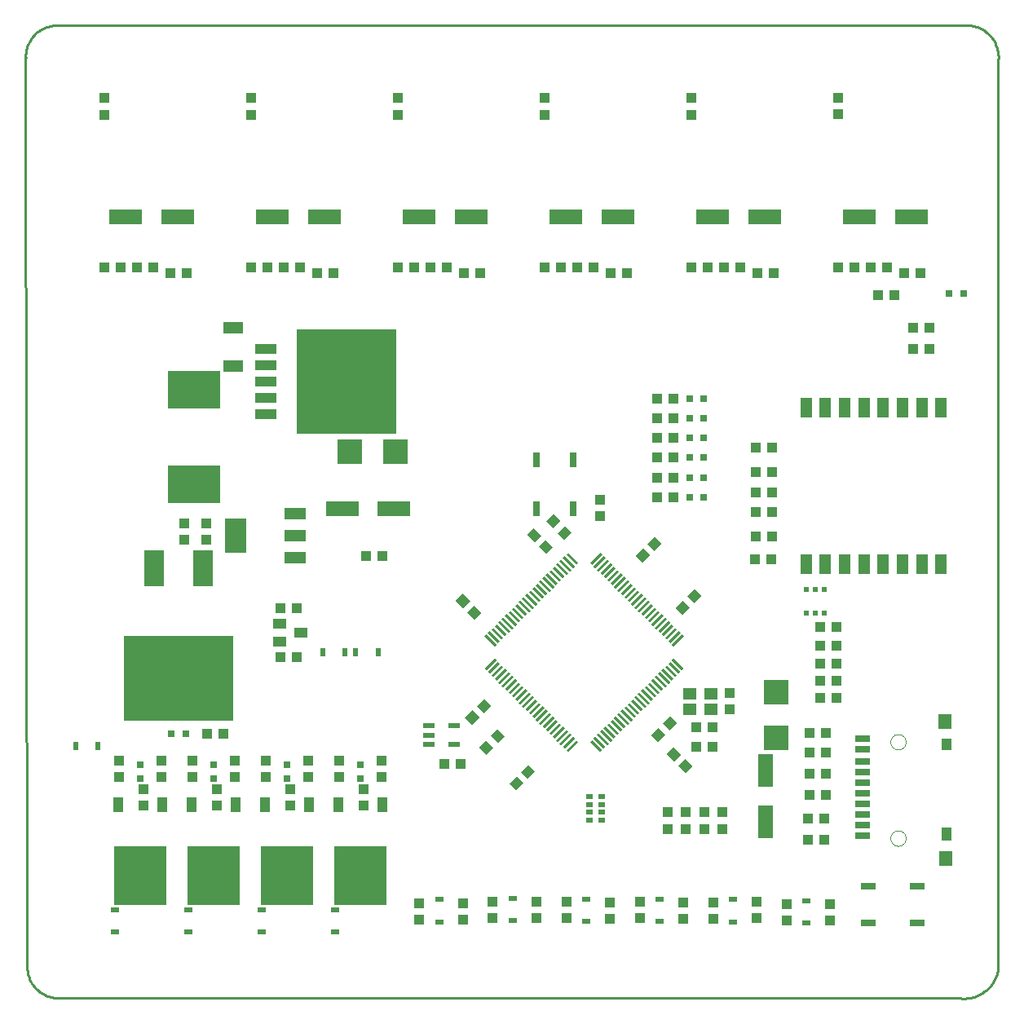
<source format=gtp>
G75*
G70*
%OFA0B0*%
%FSLAX24Y24*%
%IPPOS*%
%LPD*%
%AMOC8*
5,1,8,0,0,1.08239X$1,22.5*
%
%ADD10C,0.0100*%
%ADD11R,0.0106X0.0591*%
%ADD12R,0.0591X0.0106*%
%ADD13R,0.0551X0.0472*%
%ADD14R,0.0433X0.0394*%
%ADD15R,0.0394X0.0433*%
%ADD16R,0.0600X0.0300*%
%ADD17R,0.0315X0.0315*%
%ADD18R,0.0300X0.0600*%
%ADD19R,0.0197X0.0197*%
%ADD20R,0.0327X0.0248*%
%ADD21R,0.1000X0.1000*%
%ADD22R,0.4098X0.4252*%
%ADD23R,0.0850X0.0420*%
%ADD24R,0.2126X0.1575*%
%ADD25R,0.0827X0.0500*%
%ADD26R,0.0472X0.0787*%
%ADD27R,0.0531X0.0591*%
%ADD28R,0.0394X0.0551*%
%ADD29R,0.0394X0.0512*%
%ADD30R,0.0591X0.0295*%
%ADD31C,0.0000*%
%ADD32R,0.1378X0.0630*%
%ADD33R,0.0820X0.1500*%
%ADD34R,0.4500X0.3500*%
%ADD35R,0.2126X0.2441*%
%ADD36R,0.0394X0.0630*%
%ADD37R,0.0880X0.0480*%
%ADD38R,0.0866X0.1417*%
%ADD39R,0.0256X0.0197*%
%ADD40R,0.0551X0.0394*%
%ADD41R,0.0248X0.0327*%
%ADD42R,0.0472X0.0217*%
%ADD43R,0.0630X0.1378*%
D10*
X002393Y001821D02*
X002330Y038999D01*
X002331Y038998D02*
X002328Y039067D01*
X002329Y039135D01*
X002334Y039203D01*
X002343Y039271D01*
X002355Y039339D01*
X002371Y039405D01*
X002390Y039471D01*
X002413Y039535D01*
X002440Y039599D01*
X002470Y039660D01*
X002503Y039720D01*
X002539Y039778D01*
X002578Y039834D01*
X002621Y039888D01*
X002666Y039939D01*
X002714Y039988D01*
X002764Y040034D01*
X002817Y040078D01*
X002873Y040118D01*
X002930Y040156D01*
X002989Y040190D01*
X003050Y040221D01*
X003113Y040249D01*
X003177Y040273D01*
X003242Y040294D01*
X003308Y040311D01*
X003375Y040324D01*
X003443Y040334D01*
X003511Y040340D01*
X003511Y040341D02*
X040913Y040341D01*
X040983Y040333D01*
X041052Y040321D01*
X041121Y040306D01*
X041188Y040287D01*
X041255Y040264D01*
X041320Y040238D01*
X041384Y040208D01*
X041446Y040175D01*
X041506Y040138D01*
X041564Y040098D01*
X041619Y040056D01*
X041673Y040010D01*
X041724Y039961D01*
X041772Y039910D01*
X041817Y039856D01*
X041859Y039800D01*
X041898Y039741D01*
X041934Y039681D01*
X041967Y039619D01*
X041996Y039555D01*
X042022Y039489D01*
X042044Y039423D01*
X042062Y039355D01*
X042077Y039286D01*
X042088Y039217D01*
X042095Y039147D01*
X042099Y039077D01*
X042098Y039006D01*
X042094Y038936D01*
X042094Y001759D01*
X042095Y001759D02*
X042081Y001685D01*
X042063Y001613D01*
X042042Y001541D01*
X042016Y001471D01*
X041988Y001402D01*
X041955Y001334D01*
X041919Y001269D01*
X041880Y001205D01*
X041837Y001144D01*
X041792Y001085D01*
X041743Y001028D01*
X041691Y000974D01*
X041637Y000923D01*
X041580Y000874D01*
X041520Y000829D01*
X041459Y000787D01*
X041395Y000748D01*
X041329Y000712D01*
X041261Y000680D01*
X041192Y000652D01*
X041122Y000627D01*
X041050Y000606D01*
X040977Y000589D01*
X040904Y000576D01*
X040829Y000566D01*
X040755Y000561D01*
X040680Y000559D01*
X040605Y000561D01*
X040531Y000567D01*
X040457Y000577D01*
X040456Y000578D02*
X003699Y000578D01*
X003698Y000577D02*
X003629Y000578D01*
X003560Y000581D01*
X003492Y000589D01*
X003424Y000600D01*
X003356Y000615D01*
X003290Y000634D01*
X003224Y000656D01*
X003160Y000682D01*
X003098Y000711D01*
X003037Y000744D01*
X002978Y000779D01*
X002921Y000818D01*
X002866Y000860D01*
X002813Y000905D01*
X002763Y000953D01*
X002716Y001003D01*
X002671Y001056D01*
X002630Y001111D01*
X002591Y001168D01*
X002555Y001227D01*
X002523Y001288D01*
X002494Y001351D01*
X002469Y001415D01*
X002447Y001481D01*
X002429Y001547D01*
X002414Y001615D01*
X002403Y001683D01*
X002396Y001752D01*
X002392Y001821D01*
D11*
G36*
X021583Y015023D02*
X021508Y014948D01*
X021091Y015365D01*
X021166Y015440D01*
X021583Y015023D01*
G37*
G36*
X021722Y015162D02*
X021647Y015087D01*
X021230Y015504D01*
X021305Y015579D01*
X021722Y015162D01*
G37*
G36*
X021861Y015301D02*
X021786Y015226D01*
X021369Y015643D01*
X021444Y015718D01*
X021861Y015301D01*
G37*
G36*
X022000Y015441D02*
X021925Y015366D01*
X021508Y015783D01*
X021583Y015858D01*
X022000Y015441D01*
G37*
G36*
X022140Y015580D02*
X022065Y015505D01*
X021648Y015922D01*
X021723Y015997D01*
X022140Y015580D01*
G37*
G36*
X022279Y015719D02*
X022204Y015644D01*
X021787Y016061D01*
X021862Y016136D01*
X022279Y015719D01*
G37*
G36*
X022418Y015858D02*
X022343Y015783D01*
X021926Y016200D01*
X022001Y016275D01*
X022418Y015858D01*
G37*
G36*
X022557Y015997D02*
X022482Y015922D01*
X022065Y016339D01*
X022140Y016414D01*
X022557Y015997D01*
G37*
G36*
X022696Y016137D02*
X022621Y016062D01*
X022204Y016479D01*
X022279Y016554D01*
X022696Y016137D01*
G37*
G36*
X022836Y016276D02*
X022761Y016201D01*
X022344Y016618D01*
X022419Y016693D01*
X022836Y016276D01*
G37*
G36*
X022975Y016415D02*
X022900Y016340D01*
X022483Y016757D01*
X022558Y016832D01*
X022975Y016415D01*
G37*
G36*
X023114Y016554D02*
X023039Y016479D01*
X022622Y016896D01*
X022697Y016971D01*
X023114Y016554D01*
G37*
G36*
X023253Y016693D02*
X023178Y016618D01*
X022761Y017035D01*
X022836Y017110D01*
X023253Y016693D01*
G37*
G36*
X023392Y016833D02*
X023317Y016758D01*
X022900Y017175D01*
X022975Y017250D01*
X023392Y016833D01*
G37*
G36*
X023532Y016972D02*
X023457Y016897D01*
X023040Y017314D01*
X023115Y017389D01*
X023532Y016972D01*
G37*
G36*
X023671Y017111D02*
X023596Y017036D01*
X023179Y017453D01*
X023254Y017528D01*
X023671Y017111D01*
G37*
G36*
X023810Y017250D02*
X023735Y017175D01*
X023318Y017592D01*
X023393Y017667D01*
X023810Y017250D01*
G37*
G36*
X023949Y017389D02*
X023874Y017314D01*
X023457Y017731D01*
X023532Y017806D01*
X023949Y017389D01*
G37*
G36*
X024088Y017529D02*
X024013Y017454D01*
X023596Y017871D01*
X023671Y017946D01*
X024088Y017529D01*
G37*
G36*
X024227Y017668D02*
X024152Y017593D01*
X023735Y018010D01*
X023810Y018085D01*
X024227Y017668D01*
G37*
G36*
X024367Y017807D02*
X024292Y017732D01*
X023875Y018149D01*
X023950Y018224D01*
X024367Y017807D01*
G37*
G36*
X024506Y017946D02*
X024431Y017871D01*
X024014Y018288D01*
X024089Y018363D01*
X024506Y017946D01*
G37*
G36*
X024645Y018085D02*
X024570Y018010D01*
X024153Y018427D01*
X024228Y018502D01*
X024645Y018085D01*
G37*
G36*
X024784Y018225D02*
X024709Y018150D01*
X024292Y018567D01*
X024367Y018642D01*
X024784Y018225D01*
G37*
G36*
X024923Y018364D02*
X024848Y018289D01*
X024431Y018706D01*
X024506Y018781D01*
X024923Y018364D01*
G37*
G36*
X029238Y014049D02*
X029163Y013974D01*
X028746Y014391D01*
X028821Y014466D01*
X029238Y014049D01*
G37*
G36*
X029099Y013910D02*
X029024Y013835D01*
X028607Y014252D01*
X028682Y014327D01*
X029099Y013910D01*
G37*
G36*
X028960Y013770D02*
X028885Y013695D01*
X028468Y014112D01*
X028543Y014187D01*
X028960Y013770D01*
G37*
G36*
X028821Y013631D02*
X028746Y013556D01*
X028329Y013973D01*
X028404Y014048D01*
X028821Y013631D01*
G37*
G36*
X028682Y013492D02*
X028607Y013417D01*
X028190Y013834D01*
X028265Y013909D01*
X028682Y013492D01*
G37*
G36*
X028543Y013353D02*
X028468Y013278D01*
X028051Y013695D01*
X028126Y013770D01*
X028543Y013353D01*
G37*
G36*
X028403Y013214D02*
X028328Y013139D01*
X027911Y013556D01*
X027986Y013631D01*
X028403Y013214D01*
G37*
G36*
X028264Y013074D02*
X028189Y012999D01*
X027772Y013416D01*
X027847Y013491D01*
X028264Y013074D01*
G37*
G36*
X028125Y012935D02*
X028050Y012860D01*
X027633Y013277D01*
X027708Y013352D01*
X028125Y012935D01*
G37*
G36*
X027986Y012796D02*
X027911Y012721D01*
X027494Y013138D01*
X027569Y013213D01*
X027986Y012796D01*
G37*
G36*
X027847Y012657D02*
X027772Y012582D01*
X027355Y012999D01*
X027430Y013074D01*
X027847Y012657D01*
G37*
G36*
X027707Y012518D02*
X027632Y012443D01*
X027215Y012860D01*
X027290Y012935D01*
X027707Y012518D01*
G37*
G36*
X027568Y012378D02*
X027493Y012303D01*
X027076Y012720D01*
X027151Y012795D01*
X027568Y012378D01*
G37*
G36*
X027429Y012239D02*
X027354Y012164D01*
X026937Y012581D01*
X027012Y012656D01*
X027429Y012239D01*
G37*
G36*
X027290Y012100D02*
X027215Y012025D01*
X026798Y012442D01*
X026873Y012517D01*
X027290Y012100D01*
G37*
G36*
X027151Y011961D02*
X027076Y011886D01*
X026659Y012303D01*
X026734Y012378D01*
X027151Y011961D01*
G37*
G36*
X027011Y011822D02*
X026936Y011747D01*
X026519Y012164D01*
X026594Y012239D01*
X027011Y011822D01*
G37*
G36*
X026872Y011682D02*
X026797Y011607D01*
X026380Y012024D01*
X026455Y012099D01*
X026872Y011682D01*
G37*
G36*
X026733Y011543D02*
X026658Y011468D01*
X026241Y011885D01*
X026316Y011960D01*
X026733Y011543D01*
G37*
G36*
X026594Y011404D02*
X026519Y011329D01*
X026102Y011746D01*
X026177Y011821D01*
X026594Y011404D01*
G37*
G36*
X026455Y011265D02*
X026380Y011190D01*
X025963Y011607D01*
X026038Y011682D01*
X026455Y011265D01*
G37*
G36*
X026315Y011126D02*
X026240Y011051D01*
X025823Y011468D01*
X025898Y011543D01*
X026315Y011126D01*
G37*
G36*
X026176Y010986D02*
X026101Y010911D01*
X025684Y011328D01*
X025759Y011403D01*
X026176Y010986D01*
G37*
G36*
X026037Y010847D02*
X025962Y010772D01*
X025545Y011189D01*
X025620Y011264D01*
X026037Y010847D01*
G37*
G36*
X025898Y010708D02*
X025823Y010633D01*
X025406Y011050D01*
X025481Y011125D01*
X025898Y010708D01*
G37*
D12*
G36*
X024923Y011050D02*
X024506Y010633D01*
X024431Y010708D01*
X024848Y011125D01*
X024923Y011050D01*
G37*
G36*
X024784Y011189D02*
X024367Y010772D01*
X024292Y010847D01*
X024709Y011264D01*
X024784Y011189D01*
G37*
G36*
X024645Y011328D02*
X024228Y010911D01*
X024153Y010986D01*
X024570Y011403D01*
X024645Y011328D01*
G37*
G36*
X024506Y011468D02*
X024089Y011051D01*
X024014Y011126D01*
X024431Y011543D01*
X024506Y011468D01*
G37*
G36*
X024367Y011607D02*
X023950Y011190D01*
X023875Y011265D01*
X024292Y011682D01*
X024367Y011607D01*
G37*
G36*
X024227Y011746D02*
X023810Y011329D01*
X023735Y011404D01*
X024152Y011821D01*
X024227Y011746D01*
G37*
G36*
X024088Y011885D02*
X023671Y011468D01*
X023596Y011543D01*
X024013Y011960D01*
X024088Y011885D01*
G37*
G36*
X023949Y012024D02*
X023532Y011607D01*
X023457Y011682D01*
X023874Y012099D01*
X023949Y012024D01*
G37*
G36*
X023810Y012164D02*
X023393Y011747D01*
X023318Y011822D01*
X023735Y012239D01*
X023810Y012164D01*
G37*
G36*
X023671Y012303D02*
X023254Y011886D01*
X023179Y011961D01*
X023596Y012378D01*
X023671Y012303D01*
G37*
G36*
X023532Y012442D02*
X023115Y012025D01*
X023040Y012100D01*
X023457Y012517D01*
X023532Y012442D01*
G37*
G36*
X023392Y012581D02*
X022975Y012164D01*
X022900Y012239D01*
X023317Y012656D01*
X023392Y012581D01*
G37*
G36*
X023253Y012720D02*
X022836Y012303D01*
X022761Y012378D01*
X023178Y012795D01*
X023253Y012720D01*
G37*
G36*
X023114Y012860D02*
X022697Y012443D01*
X022622Y012518D01*
X023039Y012935D01*
X023114Y012860D01*
G37*
G36*
X022975Y012999D02*
X022558Y012582D01*
X022483Y012657D01*
X022900Y013074D01*
X022975Y012999D01*
G37*
G36*
X022836Y013138D02*
X022419Y012721D01*
X022344Y012796D01*
X022761Y013213D01*
X022836Y013138D01*
G37*
G36*
X022696Y013277D02*
X022279Y012860D01*
X022204Y012935D01*
X022621Y013352D01*
X022696Y013277D01*
G37*
G36*
X022557Y013416D02*
X022140Y012999D01*
X022065Y013074D01*
X022482Y013491D01*
X022557Y013416D01*
G37*
G36*
X022418Y013556D02*
X022001Y013139D01*
X021926Y013214D01*
X022343Y013631D01*
X022418Y013556D01*
G37*
G36*
X022279Y013695D02*
X021862Y013278D01*
X021787Y013353D01*
X022204Y013770D01*
X022279Y013695D01*
G37*
G36*
X022140Y013834D02*
X021723Y013417D01*
X021648Y013492D01*
X022065Y013909D01*
X022140Y013834D01*
G37*
G36*
X022000Y013973D02*
X021583Y013556D01*
X021508Y013631D01*
X021925Y014048D01*
X022000Y013973D01*
G37*
G36*
X021861Y014112D02*
X021444Y013695D01*
X021369Y013770D01*
X021786Y014187D01*
X021861Y014112D01*
G37*
G36*
X021722Y014252D02*
X021305Y013835D01*
X021230Y013910D01*
X021647Y014327D01*
X021722Y014252D01*
G37*
G36*
X021583Y014391D02*
X021166Y013974D01*
X021091Y014049D01*
X021508Y014466D01*
X021583Y014391D01*
G37*
G36*
X025898Y018706D02*
X025481Y018289D01*
X025406Y018364D01*
X025823Y018781D01*
X025898Y018706D01*
G37*
G36*
X026037Y018567D02*
X025620Y018150D01*
X025545Y018225D01*
X025962Y018642D01*
X026037Y018567D01*
G37*
G36*
X026176Y018427D02*
X025759Y018010D01*
X025684Y018085D01*
X026101Y018502D01*
X026176Y018427D01*
G37*
G36*
X026315Y018288D02*
X025898Y017871D01*
X025823Y017946D01*
X026240Y018363D01*
X026315Y018288D01*
G37*
G36*
X026455Y018149D02*
X026038Y017732D01*
X025963Y017807D01*
X026380Y018224D01*
X026455Y018149D01*
G37*
G36*
X026594Y018010D02*
X026177Y017593D01*
X026102Y017668D01*
X026519Y018085D01*
X026594Y018010D01*
G37*
G36*
X026733Y017871D02*
X026316Y017454D01*
X026241Y017529D01*
X026658Y017946D01*
X026733Y017871D01*
G37*
G36*
X026872Y017731D02*
X026455Y017314D01*
X026380Y017389D01*
X026797Y017806D01*
X026872Y017731D01*
G37*
G36*
X027011Y017592D02*
X026594Y017175D01*
X026519Y017250D01*
X026936Y017667D01*
X027011Y017592D01*
G37*
G36*
X027151Y017453D02*
X026734Y017036D01*
X026659Y017111D01*
X027076Y017528D01*
X027151Y017453D01*
G37*
G36*
X027290Y017314D02*
X026873Y016897D01*
X026798Y016972D01*
X027215Y017389D01*
X027290Y017314D01*
G37*
G36*
X027429Y017175D02*
X027012Y016758D01*
X026937Y016833D01*
X027354Y017250D01*
X027429Y017175D01*
G37*
G36*
X027568Y017035D02*
X027151Y016618D01*
X027076Y016693D01*
X027493Y017110D01*
X027568Y017035D01*
G37*
G36*
X027707Y016896D02*
X027290Y016479D01*
X027215Y016554D01*
X027632Y016971D01*
X027707Y016896D01*
G37*
G36*
X027847Y016757D02*
X027430Y016340D01*
X027355Y016415D01*
X027772Y016832D01*
X027847Y016757D01*
G37*
G36*
X027986Y016618D02*
X027569Y016201D01*
X027494Y016276D01*
X027911Y016693D01*
X027986Y016618D01*
G37*
G36*
X028125Y016479D02*
X027708Y016062D01*
X027633Y016137D01*
X028050Y016554D01*
X028125Y016479D01*
G37*
G36*
X028264Y016339D02*
X027847Y015922D01*
X027772Y015997D01*
X028189Y016414D01*
X028264Y016339D01*
G37*
G36*
X028403Y016200D02*
X027986Y015783D01*
X027911Y015858D01*
X028328Y016275D01*
X028403Y016200D01*
G37*
G36*
X028543Y016061D02*
X028126Y015644D01*
X028051Y015719D01*
X028468Y016136D01*
X028543Y016061D01*
G37*
G36*
X028682Y015922D02*
X028265Y015505D01*
X028190Y015580D01*
X028607Y015997D01*
X028682Y015922D01*
G37*
G36*
X028821Y015783D02*
X028404Y015366D01*
X028329Y015441D01*
X028746Y015858D01*
X028821Y015783D01*
G37*
G36*
X028960Y015643D02*
X028543Y015226D01*
X028468Y015301D01*
X028885Y015718D01*
X028960Y015643D01*
G37*
G36*
X029099Y015504D02*
X028682Y015087D01*
X028607Y015162D01*
X029024Y015579D01*
X029099Y015504D01*
G37*
G36*
X029238Y015365D02*
X028821Y014948D01*
X028746Y015023D01*
X029163Y015440D01*
X029238Y015365D01*
G37*
D13*
X029482Y013022D03*
X029482Y012392D03*
X030348Y012392D03*
X030348Y013022D03*
D14*
X030409Y011657D03*
X029740Y011657D03*
X029736Y010861D03*
X030406Y010861D03*
G36*
X029327Y009774D02*
X029022Y010079D01*
X029301Y010358D01*
X029606Y010053D01*
X029327Y009774D01*
G37*
G36*
X028854Y010247D02*
X028549Y010552D01*
X028828Y010831D01*
X029133Y010526D01*
X028854Y010247D01*
G37*
G36*
X028478Y011349D02*
X028173Y011044D01*
X027894Y011323D01*
X028199Y011628D01*
X028478Y011349D01*
G37*
G36*
X028952Y011823D02*
X028647Y011518D01*
X028368Y011797D01*
X028673Y012102D01*
X028952Y011823D01*
G37*
G36*
X029477Y016549D02*
X029172Y016244D01*
X028893Y016523D01*
X029198Y016828D01*
X029477Y016549D01*
G37*
G36*
X029950Y017022D02*
X029645Y016717D01*
X029366Y016996D01*
X029671Y017301D01*
X029950Y017022D01*
G37*
G36*
X027734Y019131D02*
X028039Y019436D01*
X028318Y019157D01*
X028013Y018852D01*
X027734Y019131D01*
G37*
G36*
X027261Y018657D02*
X027566Y018962D01*
X027845Y018683D01*
X027540Y018378D01*
X027261Y018657D01*
G37*
G36*
X023606Y018734D02*
X023301Y019039D01*
X023580Y019318D01*
X023885Y019013D01*
X023606Y018734D01*
G37*
G36*
X023133Y019207D02*
X022828Y019512D01*
X023107Y019791D01*
X023412Y019486D01*
X023133Y019207D01*
G37*
G36*
X020669Y016628D02*
X020974Y016323D01*
X020695Y016044D01*
X020390Y016349D01*
X020669Y016628D01*
G37*
G36*
X020196Y017101D02*
X020501Y016796D01*
X020222Y016517D01*
X019917Y016822D01*
X020196Y017101D01*
G37*
X016920Y018658D03*
X016251Y018658D03*
X009705Y019305D03*
X009705Y019975D03*
X008830Y019975D03*
X008830Y019305D03*
X009143Y010287D03*
X009143Y009618D03*
X010143Y009100D03*
X010143Y008430D03*
X010893Y009618D03*
X010893Y010287D03*
X012143Y010287D03*
X012143Y009618D03*
X013143Y009100D03*
X013143Y008430D03*
X013893Y009618D03*
X013893Y010287D03*
X015143Y010287D03*
X015143Y009618D03*
X016143Y009100D03*
X016143Y008430D03*
X016893Y009618D03*
X016893Y010287D03*
X019433Y010140D03*
X020102Y010140D03*
G36*
X020297Y012029D02*
X020602Y012334D01*
X020881Y012055D01*
X020576Y011750D01*
X020297Y012029D01*
G37*
G36*
X020770Y012502D02*
X021075Y012807D01*
X021354Y012528D01*
X021049Y012223D01*
X020770Y012502D01*
G37*
G36*
X022571Y009810D02*
X022876Y010115D01*
X023155Y009836D01*
X022850Y009531D01*
X022571Y009810D01*
G37*
G36*
X022098Y009337D02*
X022403Y009642D01*
X022682Y009363D01*
X022377Y009058D01*
X022098Y009337D01*
G37*
X023209Y004507D03*
X023209Y003837D03*
X026209Y003819D03*
X026209Y004488D03*
X029201Y004486D03*
X029201Y003817D03*
X032201Y003839D03*
X032201Y004508D03*
X035201Y004421D03*
X035201Y003751D03*
X035049Y008871D03*
X034379Y008871D03*
X034392Y009759D03*
X035062Y009759D03*
X034807Y013536D03*
X035476Y013536D03*
X035496Y015735D03*
X034826Y015735D03*
X032858Y023094D03*
X032188Y023094D03*
X038620Y027969D03*
X039290Y027969D03*
X036227Y030453D03*
X035558Y030453D03*
X030227Y030453D03*
X029558Y030453D03*
X024227Y030453D03*
X023558Y030453D03*
X018227Y030453D03*
X017558Y030453D03*
X012227Y030453D03*
X011558Y030453D03*
X006227Y030453D03*
X005558Y030453D03*
X006143Y010287D03*
X006143Y009618D03*
X007143Y009100D03*
X007893Y009618D03*
X007893Y010287D03*
X007143Y008430D03*
X020201Y004461D03*
X020201Y003792D03*
D15*
X021409Y003841D03*
X021409Y004511D03*
X018409Y004461D03*
X018409Y003791D03*
X024459Y003833D03*
X024459Y004502D03*
X027459Y004509D03*
X027459Y003840D03*
X030459Y003810D03*
X030459Y004479D03*
X033459Y004427D03*
X033459Y003758D03*
X034323Y007032D03*
X034992Y007032D03*
X034993Y007915D03*
X034324Y007915D03*
X034386Y010602D03*
X035055Y010602D03*
X035055Y011420D03*
X034386Y011420D03*
X034807Y012832D03*
X035476Y012832D03*
X035476Y014239D03*
X034807Y014239D03*
X034807Y014983D03*
X035476Y014983D03*
X032818Y018512D03*
X032149Y018512D03*
X032169Y019437D03*
X032838Y019437D03*
X032838Y020441D03*
X032169Y020441D03*
X032173Y021259D03*
X032843Y021259D03*
X032858Y022072D03*
X032188Y022072D03*
X028821Y021852D03*
X028152Y021852D03*
X028152Y022664D03*
X028821Y022664D03*
X028821Y023471D03*
X028152Y023471D03*
X028151Y024276D03*
X028820Y024276D03*
X028820Y025078D03*
X028151Y025078D03*
X028152Y021033D03*
X028821Y021033D03*
X025803Y020944D03*
X025803Y020275D03*
G36*
X024378Y019894D02*
X024657Y019615D01*
X024352Y019310D01*
X024073Y019589D01*
X024378Y019894D01*
G37*
G36*
X023905Y020367D02*
X024184Y020088D01*
X023879Y019783D01*
X023600Y020062D01*
X023905Y020367D01*
G37*
X031115Y013042D03*
X031115Y012372D03*
X030830Y008162D03*
X030830Y007493D03*
X030080Y007493D03*
X029330Y007493D03*
X029330Y008162D03*
X030080Y008162D03*
X028580Y008162D03*
X028580Y007493D03*
G36*
X021921Y011270D02*
X021642Y010991D01*
X021337Y011296D01*
X021616Y011575D01*
X021921Y011270D01*
G37*
G36*
X021448Y010797D02*
X021169Y010518D01*
X020864Y010823D01*
X021143Y011102D01*
X021448Y010797D01*
G37*
X013415Y014515D03*
X012745Y014515D03*
X012745Y016515D03*
X013415Y016515D03*
X010415Y011390D03*
X009745Y011390D03*
X008915Y030203D03*
X008245Y030203D03*
X007540Y030453D03*
X006870Y030453D03*
X012870Y030453D03*
X013540Y030453D03*
X014245Y030203D03*
X014915Y030203D03*
X018870Y030453D03*
X019540Y030453D03*
X020245Y030203D03*
X020915Y030203D03*
X024870Y030453D03*
X025540Y030453D03*
X026245Y030203D03*
X026915Y030203D03*
X030870Y030453D03*
X031540Y030453D03*
X032245Y030203D03*
X032915Y030203D03*
X036870Y030453D03*
X037540Y030453D03*
X038245Y030203D03*
X038915Y030203D03*
X037852Y029296D03*
X037183Y029296D03*
X038625Y027097D03*
X039295Y027097D03*
X035561Y036699D03*
X035561Y037368D03*
X029561Y037362D03*
X029561Y036693D03*
X023561Y036693D03*
X023561Y037362D03*
X017561Y037362D03*
X017561Y036693D03*
X011549Y036693D03*
X011549Y037362D03*
X005561Y037362D03*
X005561Y036693D03*
D16*
X036779Y005151D03*
X036779Y003651D03*
X038779Y003651D03*
X038779Y005151D03*
D17*
X030057Y021033D03*
X029466Y021033D03*
X029466Y021852D03*
X030057Y021852D03*
X030057Y022664D03*
X029466Y022664D03*
X029466Y023471D03*
X030057Y023471D03*
X030060Y024276D03*
X029470Y024276D03*
X029470Y025078D03*
X030060Y025078D03*
X040097Y029390D03*
X040688Y029390D03*
X016018Y010123D03*
X016018Y009532D03*
X013018Y009532D03*
X013018Y010123D03*
X010018Y010123D03*
X010018Y009532D03*
X008875Y011390D03*
X008285Y011390D03*
X007018Y010123D03*
X007018Y009532D03*
D18*
X023198Y020562D03*
X024698Y020562D03*
X024698Y022562D03*
X023198Y022562D03*
D19*
X034247Y017264D03*
X034621Y017264D03*
X034995Y017264D03*
X034995Y016319D03*
X034621Y016319D03*
X034247Y016319D03*
D20*
X034260Y004537D03*
X034260Y003631D03*
X031260Y003693D03*
X031260Y004599D03*
X028260Y004627D03*
X028260Y003721D03*
X025260Y003715D03*
X025260Y004620D03*
X022260Y004640D03*
X022260Y003735D03*
X019260Y003692D03*
X019260Y004598D03*
X014980Y004180D03*
X014980Y003275D03*
X011980Y003275D03*
X011980Y004180D03*
X008980Y004180D03*
X008980Y003275D03*
X005980Y003275D03*
X005980Y004180D03*
D21*
X015584Y022910D03*
X017434Y022910D03*
X032999Y013073D03*
X032999Y011223D03*
D22*
X015444Y025782D03*
D23*
X012164Y025782D03*
X012164Y026452D03*
X012164Y027122D03*
X012164Y025112D03*
X012164Y024442D03*
D24*
X009202Y025444D03*
X009202Y021585D03*
D25*
X010830Y026423D03*
X010830Y027982D03*
D26*
X034241Y024697D03*
X035029Y024697D03*
X035816Y024697D03*
X036604Y024697D03*
X037391Y024697D03*
X038178Y024697D03*
X038966Y024697D03*
X039753Y024697D03*
X039753Y018319D03*
X038966Y018319D03*
X038178Y018319D03*
X037391Y018319D03*
X036604Y018319D03*
X035816Y018319D03*
X035029Y018319D03*
X034241Y018319D03*
D27*
X039928Y011862D03*
X039948Y006292D03*
D28*
X039987Y007286D03*
D29*
X039987Y010957D03*
D30*
X036533Y011173D03*
X036533Y010740D03*
X036533Y010229D03*
X036533Y009796D03*
X036533Y009362D03*
X036533Y008929D03*
X036533Y008496D03*
X036533Y008063D03*
X036533Y007630D03*
X036533Y007197D03*
D31*
X037684Y007109D02*
X037686Y007144D01*
X037692Y007179D01*
X037702Y007213D01*
X037715Y007246D01*
X037732Y007277D01*
X037753Y007305D01*
X037776Y007332D01*
X037803Y007355D01*
X037831Y007376D01*
X037862Y007393D01*
X037895Y007406D01*
X037929Y007416D01*
X037964Y007422D01*
X037999Y007424D01*
X038034Y007422D01*
X038069Y007416D01*
X038103Y007406D01*
X038136Y007393D01*
X038167Y007376D01*
X038195Y007355D01*
X038222Y007332D01*
X038245Y007305D01*
X038266Y007277D01*
X038283Y007246D01*
X038296Y007213D01*
X038306Y007179D01*
X038312Y007144D01*
X038314Y007109D01*
X038312Y007074D01*
X038306Y007039D01*
X038296Y007005D01*
X038283Y006972D01*
X038266Y006941D01*
X038245Y006913D01*
X038222Y006886D01*
X038195Y006863D01*
X038167Y006842D01*
X038136Y006825D01*
X038103Y006812D01*
X038069Y006802D01*
X038034Y006796D01*
X037999Y006794D01*
X037964Y006796D01*
X037929Y006802D01*
X037895Y006812D01*
X037862Y006825D01*
X037831Y006842D01*
X037803Y006863D01*
X037776Y006886D01*
X037753Y006913D01*
X037732Y006941D01*
X037715Y006972D01*
X037702Y007005D01*
X037692Y007039D01*
X037686Y007074D01*
X037684Y007109D01*
X037684Y011046D02*
X037686Y011081D01*
X037692Y011116D01*
X037702Y011150D01*
X037715Y011183D01*
X037732Y011214D01*
X037753Y011242D01*
X037776Y011269D01*
X037803Y011292D01*
X037831Y011313D01*
X037862Y011330D01*
X037895Y011343D01*
X037929Y011353D01*
X037964Y011359D01*
X037999Y011361D01*
X038034Y011359D01*
X038069Y011353D01*
X038103Y011343D01*
X038136Y011330D01*
X038167Y011313D01*
X038195Y011292D01*
X038222Y011269D01*
X038245Y011242D01*
X038266Y011214D01*
X038283Y011183D01*
X038296Y011150D01*
X038306Y011116D01*
X038312Y011081D01*
X038314Y011046D01*
X038312Y011011D01*
X038306Y010976D01*
X038296Y010942D01*
X038283Y010909D01*
X038266Y010878D01*
X038245Y010850D01*
X038222Y010823D01*
X038195Y010800D01*
X038167Y010779D01*
X038136Y010762D01*
X038103Y010749D01*
X038069Y010739D01*
X038034Y010733D01*
X037999Y010731D01*
X037964Y010733D01*
X037929Y010739D01*
X037895Y010749D01*
X037862Y010762D01*
X037831Y010779D01*
X037803Y010800D01*
X037776Y010823D01*
X037753Y010850D01*
X037732Y010878D01*
X037715Y010909D01*
X037702Y010942D01*
X037692Y010976D01*
X037686Y011011D01*
X037684Y011046D01*
D32*
X017393Y020578D03*
X015267Y020578D03*
X014549Y032515D03*
X012423Y032515D03*
X008549Y032515D03*
X006423Y032515D03*
X018423Y032515D03*
X020549Y032515D03*
X024423Y032515D03*
X026549Y032515D03*
X030423Y032515D03*
X032549Y032515D03*
X036423Y032515D03*
X038549Y032515D03*
D33*
X009580Y018140D03*
X007580Y018140D03*
D34*
X008580Y013640D03*
D35*
X010018Y005593D03*
X013018Y005593D03*
X016018Y005593D03*
X007018Y005593D03*
D36*
X007915Y008467D03*
X009120Y008467D03*
X010915Y008467D03*
X012120Y008467D03*
X013915Y008467D03*
X015120Y008467D03*
X016915Y008467D03*
X006120Y008467D03*
D37*
X013363Y018574D03*
X013363Y019484D03*
X013363Y020394D03*
D38*
X010922Y019484D03*
D39*
X025396Y008800D03*
X025396Y008485D03*
X025396Y008170D03*
X025396Y007855D03*
X025889Y007855D03*
X025889Y008170D03*
X025889Y008485D03*
X025889Y008800D03*
D40*
X013576Y015515D03*
X012709Y015141D03*
X012709Y015889D03*
D41*
X014477Y014728D03*
X015383Y014728D03*
X015827Y014728D03*
X016733Y014728D03*
X005283Y010890D03*
X004377Y010890D03*
D42*
X018818Y010953D03*
X018818Y011328D03*
X018818Y011702D03*
X019842Y011702D03*
X019842Y010953D03*
D43*
X032580Y009890D03*
X032580Y007765D03*
M02*

</source>
